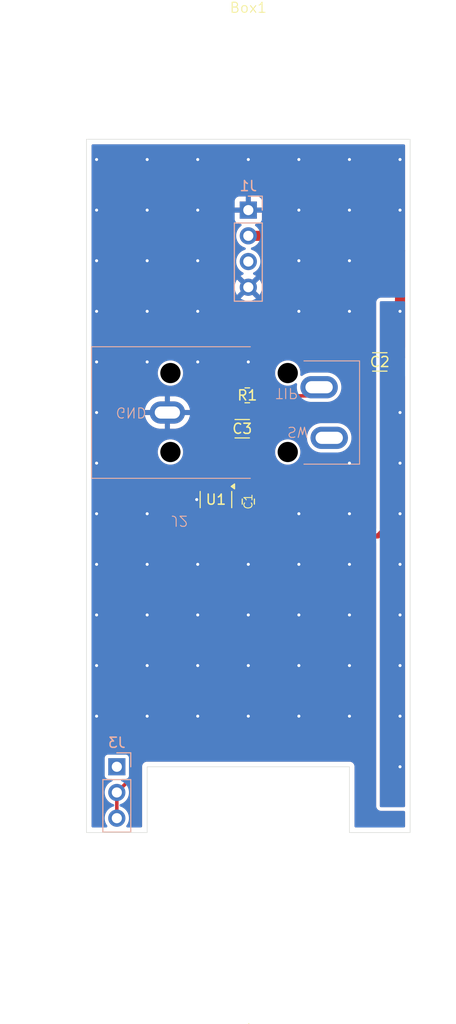
<source format=kicad_pcb>
(kicad_pcb (version 20241229) (generator "pcbnew") (generator_version "9.0")
  (layers (0 "F.Cu" jumper) (2 "B.Cu" signal) (13 "F.Paste" user) (15 "B.Paste" user) (5 "F.SilkS" user "F.Silkscreen") (7 "B.SilkS" user "B.Silkscreen") (1 "F.Mask" user) (3 "B.Mask" user) (25 "Edge.Cuts" user))
  (net 0 "")
  (net 1 "GND")
  (net 2 "Net-(U1--)")
  (net 3 "OUT^{RAW}")
  (net 5 "+V")
  (net 6 "GNDREF")
  (net 7 "IN")
  (footprint "Mylib:1590A" (layer "F.Cu") (at 100 100)
    (property "Reference" "Box1" (at 0 -50 0) (layer "F.SilkS") (effects (font (thickness 0.1))))
    (property "Value" "1590A")
    (fp_line (start 0.05 50.375) (end 0.05 50.375) (stroke (width 0.1)) (layer "F.SilkS"))
  )
  (footprint "Package_TO_SOT_SMD:SOT-23-5" (layer "F.Cu") (at 96.8 98.6 -90)
    (property "Reference" "U1" (at 0 0 0) (layer "F.SilkS"))
    (property "Value" "OPA1655")
    (fp_line (start 0 1.56) (end -0.8 1.56) (stroke (width 0.12)) (layer "F.SilkS"))
    (fp_line (start 0 1.56) (end 0.8 1.56) (stroke (width 0.12)) (layer "F.SilkS"))
    (fp_line (start 0 -1.56) (end -0.8 -1.56) (stroke (width 0.12)) (layer "F.SilkS"))
    (fp_line (start 0 -1.56) (end 0.8 -1.56) (stroke (width 0.12)) (layer "F.SilkS"))
    (fp_poly (pts (xy -1.3 -1.51) (xy -1.54 -1.84) (xy -1.06 -1.84)) (stroke (width 0.12)) (fill yes) (layer "F.SilkS"))
    (pad "1" smd roundrect (at -1.1375 -0.95 270) (size 1.325 0.6) (layers "F.Cu" "F.Mask" "F.Paste") (net 2 "Net-(U1--)"))
    (pad "2" smd roundrect (at -1.1375 0 270) (size 1.325 0.6) (layers "F.Cu" "F.Mask" "F.Paste") (net 1 "GND"))
    (pad "3" smd roundrect (at -1.1375 0.95 270) (size 1.325 0.6) (layers "F.Cu" "F.Mask" "F.Paste") (net 7 "IN"))
    (pad "4" smd roundrect (at 1.1375 0.95 270) (size 1.325 0.6) (layers "F.Cu" "F.Mask" "F.Paste") (net 2 "Net-(U1--)"))
    (pad "5" smd roundrect (at 1.1375 -0.95 270) (size 1.325 0.6) (layers "F.Cu" "F.Mask" "F.Paste") (net 5 "+V"))
  )
  (footprint "Capacitor_SMD:C_1206_3216Metric_Pad1.33x1.80mm_HandSolder" (layer "F.Cu") (at 113 85 180)
    (property "Reference" "C2" (at 0 0 0) (layer "F.SilkS"))
    (property "Value" "22uF")
    (fp_line (start -0.711252 0.91) (end 0.711252 0.91) (stroke (width 0.12)) (layer "F.SilkS"))
    (fp_line (start -0.711252 -0.91) (end 0.711252 -0.91) (stroke (width 0.12)) (layer "F.SilkS"))
    (pad "1" smd roundrect (at -1.5625 0 180) (size 1.325 1.8) (layers "F.Cu" "F.Mask" "F.Paste") (roundrect_rratio 0.188679) (net 5 "+V"))
    (pad "2" smd roundrect (at 1.5625 0 180) (size 1.325 1.8) (layers "F.Cu" "F.Mask" "F.Paste") (roundrect_rratio 0.188679) (net 1 "GND"))
  )
  (footprint "Mylib:C_0704_1810Metric" (layer "F.Cu") (at 100 98.8 90)
    (property "Reference" "C1" (at 0 0 90) (layer "F.SilkS") (effects (font (size 0.8 0.8) (thickness 0.1))))
    (property "Value" "0.1uF")
    (fp_line (start -0.25 -0.6) (end 0.25 -0.6) (stroke (width 0.12)) (layer "F.SilkS"))
    (fp_line (start -0.25 0.6) (end 0.25 0.6) (stroke (width 0.12)) (layer "F.SilkS"))
    (pad "1" smd roundrect (at -0.875 0 90) (size 0.9 1.25) (layers "F.Cu" "F.Mask" "F.Paste") (roundrect_rratio 0.2) (net 5 "+V"))
    (pad "2" smd roundrect (at 0.875 0 90) (size 0.9 1.25) (layers "F.Cu" "F.Mask" "F.Paste") (roundrect_rratio 0.2) (net 1 "GND"))
  )
  (footprint "Capacitor_SMD:C_1206_3216Metric_Pad1.33x1.80mm_HandSolder" (layer "F.Cu") (at 99.4 91.6 180)
    (property "Reference" "C3" (at 0 0 0) (layer "F.SilkS"))
    (property "Value" "0.47uF")
    (fp_line (start -0.711252 0.91) (end 0.711252 0.91) (stroke (width 0.12)) (layer "F.SilkS"))
    (fp_line (start -0.711252 -0.91) (end 0.711252 -0.91) (stroke (width 0.12)) (layer "F.SilkS"))
    (pad "1" smd roundrect (at -1.5625 0 180) (size 1.325 1.8) (layers "F.Cu" "F.Mask" "F.Paste") (roundrect_rratio 0.188679) (net 3 "OUT^{RAW}"))
    (pad "2" smd roundrect (at 1.5625 0 180) (size 1.325 1.8) (layers "F.Cu" "F.Mask" "F.Paste") (roundrect_rratio 0.188679) (net 2 "Net-(U1--)"))
  )
  (footprint "Resistor_SMD:R_0805_2012Metric_Pad1.20x1.40mm_HandSolder" (layer "F.Cu") (at 99.9 88.3 180)
    (property "Reference" "R1" (at 0 0 0) (layer "F.SilkS"))
    (property "Value" "100k")
    (fp_line (start -0.227064 0.735) (end 0.227064 0.735) (stroke (width 0.12)) (layer "F.SilkS"))
    (fp_line (start -0.227064 -0.735) (end 0.227064 -0.735) (stroke (width 0.12)) (layer "F.SilkS"))
    (pad "1" smd roundrect (at -1 0 180) (size 1.2 1.4) (layers "F.Cu" "F.Mask" "F.Paste") (roundrect_rratio 0.208333) (net 3 "OUT^{RAW}"))
    (pad "2" smd roundrect (at 1 0 180) (size 1.2 1.4) (layers "F.Cu" "F.Mask" "F.Paste") (roundrect_rratio 0.208333) (net 1 "GND"))
  )
  (footprint "Connector_PinHeader_2.54mm:PinHeader_1x04_P2.54mm_Vertical" (layer "B.Cu") (at 100 70 180)
    (property "Reference" "J1" (at 0 2.38 0) (layer "B.SilkS") (effects (justify mirror)))
    (property "Value" "Conn_01x04_Pin")
    (fp_line (start 1.38 -1.27) (end 1.38 -9) (stroke (width 0.12)) (layer "B.SilkS"))
    (fp_line (start -1.38 1.38) (end 0 1.38) (stroke (width 0.12)) (layer "B.SilkS"))
    (fp_line (start -1.38 0) (end -1.38 1.38) (stroke (width 0.12)) (layer "B.SilkS"))
    (fp_line (start -1.38 -1.27) (end 1.38 -1.27) (stroke (width 0.12)) (layer "B.SilkS"))
    (fp_line (start -1.38 -1.27) (end -1.38 -9) (stroke (width 0.12)) (layer "B.SilkS"))
    (fp_line (start -1.38 -9) (end 1.38 -9) (stroke (width 0.12)) (layer "B.SilkS"))
    (pad "1" thru_hole rect (at 0 0 180) (size 1.7 1.7) (drill 1) (layers "*.Cu" "*.Mask") (net 1 "GND"))
    (pad "2" thru_hole circle (at 0 -2.54 180) (size 1.7 1.7) (drill 1) (layers "*.Cu" "*.Mask") (net 5 "+V"))
    (pad "3" thru_hole circle (at 0 -5.08 180) (size 1.7 1.7) (drill 1) (layers "*.Cu" "*.Mask") (net 6 "GNDREF"))
    (pad "4" thru_hole circle (at 0 -7.62 180) (size 1.7 1.7) (drill 1) (layers "*.Cu" "*.Mask") (net 1 "GND"))
  )
  (footprint "Mylib:CK-6.35" (layer "B.Cu") (at 92 90)
    (property "Reference" "J2" (at 1.2 10.7 180) (layer "B.SilkS") (effects (font (thickness 0.1)) (justify mirror)))
    (property "Value" "AudioJack2_Ground")
    (fp_line (start -7.5 -6.5) (end 8.2 -6.5) (stroke (width 0.1)) (layer "B.SilkS"))
    (fp_line (start -7.5 6.5) (end -7.5 -6.5) (stroke (width 0.1)) (layer "B.SilkS"))
    (fp_line (start -7.5 6.5) (end 8.2 6.5) (stroke (width 0.1)) (layer "B.SilkS"))
    (fp_line (start 13.5 5.1) (end 19 5.1) (stroke (width 0.1)) (layer "B.SilkS"))
    (fp_line (start 19 -5.1) (end 13.5 -5.1) (stroke (width 0.1)) (layer "B.SilkS"))
    (fp_line (start 19 5.1) (end 19 -5.1) (stroke (width 0.1)) (layer "B.SilkS"))
    (fp_text user "SW" (at 14 2.5 180) (layer "B.SilkS") (effects (font (thickness 0.1)) (justify right top mirror)))
    (fp_text user "TIP" (at 13 -2.5 180) (layer "B.SilkS") (effects (font (thickness 0.1)) (justify right bottom mirror)))
    (fp_text user "GND" (at -2 0 180) (layer "B.SilkS") (effects (font (thickness 0.1)) (justify right mirror)))
    (pad "" np_thru_hole circle (at 0.3 -3.9) (size 2.54 2.54) (drill 2) (layers "*.Mask"))
    (pad "" np_thru_hole circle (at 0.3 3.9) (size 2.54 2.54) (drill 2) (layers "*.Mask"))
    (pad "" np_thru_hole circle (at 11.9 -3.9) (size 2.54 2.54) (drill 2) (layers "*.Mask"))
    (pad "" np_thru_hole circle (at 11.9 3.9) (size 2.54 2.54) (drill 2) (layers "*.Mask"))
    (pad "G" thru_hole oval (at 0 0) (size 3.5 2.2) (drill oval 2.5 1.2) (layers "*.Cu" "*.Mask") (net 1 "GND"))
    (pad "S" thru_hole oval (at 16 2.5) (size 3.7 2.2) (drill oval 2.7 1.2) (layers "*.Cu" "*.Mask"))
    (pad "T" thru_hole oval (at 15 -2.5) (size 3.7 2.2) (drill oval 2.7 1.2) (layers "*.Cu" "*.Mask") (net 3 "OUT^{RAW}"))
  )
  (footprint "Connector_PinHeader_2.54mm:PinHeader_1x03_P2.54mm_Vertical" (layer "B.Cu") (at 87 125 180)
    (property "Reference" "J3" (at 0 2.38 0) (layer "B.SilkS") (effects (justify mirror)))
    (property "Value" "Conn_01x03_Pin")
    (fp_line (start 1.38 -1.27) (end 1.38 -6.46) (stroke (width 0.12)) (layer "B.SilkS"))
    (fp_line (start -1.38 1.38) (end 0 1.38) (stroke (width 0.12)) (layer "B.SilkS"))
    (fp_line (start -1.38 0) (end -1.38 1.38) (stroke (width 0.12)) (layer "B.SilkS"))
    (fp_line (start -1.38 -1.27) (end 1.38 -1.27) (stroke (width 0.12)) (layer "B.SilkS"))
    (fp_line (start -1.38 -1.27) (end -1.38 -6.46) (stroke (width 0.12)) (layer "B.SilkS"))
    (fp_line (start -1.38 -6.46) (end 1.38 -6.46) (stroke (width 0.12)) (layer "B.SilkS"))
    (pad "1" thru_hole rect (at 0 0 180) (size 1.7 1.7) (drill 1) (layers "*.Cu" "*.Mask"))
    (pad "2" thru_hole circle (at 0 -2.54 180) (size 1.7 1.7) (drill 1) (layers "*.Cu" "*.Mask") (net 7 "IN"))
    (pad "3" thru_hole circle (at 0 -5.08 180) (size 1.7 1.7) (drill 1) (layers "*.Cu" "*.Mask") (net 7 "IN"))
  )
  (gr_line (start 116 131.5) (end 116 63) (stroke (width 0.05)) (layer "Edge.Cuts"))
  (gr_line (start 84 131.5) (end 90 131.5) (stroke (width 0.05)) (layer "Edge.Cuts"))
  (gr_line (start 116 63) (end 84 63) (stroke (width 0.05)) (layer "Edge.Cuts"))
  (gr_line (start 90 125) (end 110 125) (stroke (width 0.05)) (layer "Edge.Cuts"))
  (gr_line (start 110 131.5) (end 116 131.5) (stroke (width 0.05)) (layer "Edge.Cuts"))
  (gr_line (start 90 131.5) (end 90 125) (stroke (width 0.05)) (layer "Edge.Cuts"))
  (gr_line (start 84 63) (end 84 131.5) (stroke (width 0.05)) (layer "Edge.Cuts"))
  (gr_line (start 110 125) (end 110 131.5) (stroke (width 0.05)) (layer "Edge.Cuts"))
  (segment (start 96.306388 98.6) (end 96.8 98.106388) (width 0.5) (layer "F.Cu") (net 1))
  (segment (start 94.9 98.6) (end 96.306388 98.6) (width 0.5) (layer "F.Cu") (net 1))
  (segment (start 96.8 98.106388) (end 96.8 97.4625) (width 0.5) (layer "F.Cu") (net 1))
  (via (at 95 85) (size 0.6) (drill 0.3) (layers "F.Cu" "B.Cu") (net 1))
  (via (at 85 105) (size 0.6) (drill 0.3) (layers "F.Cu" "B.Cu") (net 1))
  (via (at 85 80) (size 0.6) (drill 0.3) (layers "F.Cu" "B.Cu") (net 1))
  (via (at 105 105) (size 0.6) (drill 0.3) (layers "F.Cu" "B.Cu") (net 1))
  (via (at 100 120) (size 0.6) (drill 0.3) (layers "F.Cu" "B.Cu") (net 1))
  (via (at 115 70) (size 0.6) (drill 0.3) (layers "F.Cu" "B.Cu") (net 1))
  (via (at 85 95) (size 0.6) (drill 0.3) (layers "F.Cu" "B.Cu") (net 1))
  (via (at 110 105) (size 0.6) (drill 0.3) (layers "F.Cu" "B.Cu") (net 1))
  (via (at 95 115) (size 0.6) (drill 0.3) (layers "F.Cu" "B.Cu") (net 1))
  (via (at 90 70) (size 0.6) (drill 0.3) (layers "F.Cu" "B.Cu") (net 1))
  (via (at 110 65) (size 0.6) (drill 0.3) (layers "F.Cu" "B.Cu") (net 1))
  (via (at 95 110) (size 0.6) (drill 0.3) (layers "F.Cu" "B.Cu") (net 1))
  (via (at 110 95) (size 0.6) (drill 0.3) (layers "F.Cu" "B.Cu") (net 1))
  (via (at 110 100) (size 0.6) (drill 0.3) (layers "F.Cu" "B.Cu") (net 1))
  (via (at 110 75) (size 0.6) (drill 0.3) (layers "F.Cu" "B.Cu") (net 1))
  (via (at 110 80) (size 0.6) (drill 0.3) (layers "F.Cu" "B.Cu") (net 1))
  (via (at 95 120) (size 0.6) (drill 0.3) (layers "F.Cu" "B.Cu") (net 1))
  (via (at 90 75) (size 0.6) (drill 0.3) (layers "F.Cu" "B.Cu") (net 1))
  (via (at 85 120) (size 0.6) (drill 0.3) (layers "F.Cu" "B.Cu") (net 1))
  (via (at 115 65) (size 0.6) (drill 0.3) (layers "F.Cu" "B.Cu") (net 1))
  (via (at 110 120) (size 0.6) (drill 0.3) (layers "F.Cu" "B.Cu") (net 1))
  (via (at 105 75) (size 0.6) (drill 0.3) (layers "F.Cu" "B.Cu") (net 1))
  (via (at 85 100) (size 0.6) (drill 0.3) (layers "F.Cu" "B.Cu") (net 1))
  (via (at 85 85) (size 0.6) (drill 0.3) (layers "F.Cu" "B.Cu") (net 1))
  (via (at 105 115) (size 0.6) (drill 0.3) (layers "F.Cu" "B.Cu") (net 1))
  (via (at 90 105) (size 0.6) (drill 0.3) (layers "F.Cu" "B.Cu") (net 1))
  (via (at 95 70) (size 0.6) (drill 0.3) (layers "F.Cu" "B.Cu") (net 1))
  (via (at 105 110) (size 0.6) (drill 0.3) (layers "F.Cu" "B.Cu") (net 1))
  (via (at 85 110) (size 0.6) (drill 0.3) (layers "F.Cu" "B.Cu") (net 1))
  (via (at 94.9 98.6) (size 0.6) (drill 0.3) (layers "F.Cu" "B.Cu") (net 1))
  (via (at 100 65) (size 0.6) (drill 0.3) (layers "F.Cu" "B.Cu") (net 1))
  (via (at 90 65) (size 0.6) (drill 0.3) (layers "F.Cu" "B.Cu") (net 1))
  (via (at 90 80) (size 0.6) (drill 0.3) (layers "F.Cu" "B.Cu") (net 1))
  (via (at 85 90) (size 0.6) (drill 0.3) (layers "F.Cu" "B.Cu") (net 1))
  (via (at 85 70) (size 0.6) (drill 0.3) (layers "F.Cu" "B.Cu") (net 1))
  (via (at 90 100) (size 0.6) (drill 0.3) (layers "F.Cu" "B.Cu") (net 1))
  (via (at 105 80) (size 0.6) (drill 0.3) (layers "F.Cu" "B.Cu") (net 1))
  (via (at 95 80) (size 0.6) (drill 0.3) (layers "F.Cu" "B.Cu") (net 1))
  (via (at 100 110) (size 0.6) (drill 0.3) (layers "F.Cu" "B.Cu") (net 1))
  (via (at 110 110) (size 0.6) (drill 0.3) (layers "F.Cu" "B.Cu") (net 1))
  (via (at 95 75) (size 0.6) (drill 0.3) (layers "F.Cu" "B.Cu") (net 1))
  (via (at 110 70) (size 0.6) (drill 0.3) (layers "F.Cu" "B.Cu") (net 1))
  (via (at 105 65) (size 0.6) (drill 0.3) (layers "F.Cu" "B.Cu") (net 1))
  (via (at 90 110) (size 0.6) (drill 0.3) (layers "F.Cu" "B.Cu") (net 1))
  (via (at 85 115) (size 0.6) (drill 0.3) (layers "F.Cu" "B.Cu") (net 1))
  (via (at 105 70) (size 0.6) (drill 0.3) (layers "F.Cu" "B.Cu") (net 1))
  (via (at 85 65) (size 0.6) (drill 0.3) (layers "F.Cu" "B.Cu") (net 1))
  (via (at 110 115) (size 0.6) (drill 0.3) (layers "F.Cu" "B.Cu") (net 1))
  (via (at 90 115) (size 0.6) (drill 0.3) (layers "F.Cu" "B.Cu") (net 1))
  (via (at 105 120) (size 0.6) (drill 0.3) (layers "F.Cu" "B.Cu") (net 1))
  (via (at 95 65) (size 0.6) (drill 0.3) (layers "F.Cu" "B.Cu") (net 1))
  (via (at 90 120) (size 0.6) (drill 0.3) (layers "F.Cu" "B.Cu") (net 1))
  (via (at 85 75) (size 0.6) (drill 0.3) (layers "F.Cu" "B.Cu") (net 1))
  (via (at 95 105) (size 0.6) (drill 0.3) (layers "F.Cu" "B.Cu") (net 1))
  (via (at 100 85) (size 0.6) (drill 0.3) (layers "F.Cu" "B.Cu") (net 1))
  (via (at 90 85) (size 0.6) (drill 0.3) (layers "F.Cu" "B.Cu") (net 1))
  (via (at 100 105) (size 0.6) (drill 0.3) (layers "F.Cu" "B.Cu") (net 1))
  (via (at 100 115) (size 0.6) (drill 0.3) (layers "F.Cu" "B.Cu") (net 1))
  (via (at 105 100) (size 0.6) (drill 0.3) (layers "F.Cu" "B.Cu") (net 1))
  (segment (start 96.3625 99.7375) (end 95.85 99.7375) (width 0.35) (layer "F.Cu") (net 2))
  (segment (start 97.8375 97.0625) (end 97.8375 91.6) (width 0.35) (layer "F.Cu") (net 2))
  (segment (start 97.75 98.35) (end 96.3625 99.7375) (width 0.35) (layer "F.Cu") (net 2))
  (segment (start 97.75 97.4625) (end 97.75 98.35) (width 0.35) (layer "F.Cu") (net 2))
  (segment (start 100.95 88.35) (end 106.15 88.35) (width 0.35) (layer "F.Cu") (net 3))
  (segment (start 100.9625 91.6) (end 100.9625 88.3625) (width 0.35) (layer "F.Cu") (net 3))
  (segment (start 112.8 102.2) (end 115 100) (width 0.5) (layer "F.Cu") (net 5))
  (segment (start 100 72.54) (end 113.54 72.54) (width 1) (layer "F.Cu") (net 5))
  (segment (start 115 74) (end 115 80) (width 1) (layer "F.Cu") (net 5))
  (segment (start 97.75 99.7375) (end 99.9375 99.7375) (width 0.5) (layer "F.Cu") (net 5))
  (segment (start 115 80) (end 115 84.5625) (width 1) (layer "F.Cu") (net 5))
  (segment (start 113.54 72.54) (end 115 74) (width 1) (layer "F.Cu") (net 5))
  (segment (start 115 84.5625) (end 114.5625 85) (width 1) (layer "F.Cu") (net 5))
  (segment (start 100 99.675) (end 102.525 102.2) (width 0.5) (layer "F.Cu") (net 5))
  (segment (start 102.525 102.2) (end 112.8 102.2) (width 0.5) (layer "F.Cu") (net 5))
  (via (at 115 100) (size 0.6) (drill 0.3) (layers "F.Cu" "B.Cu") (net 5))
  (via (at 115 125) (size 0.6) (drill 0.3) (layers "F.Cu" "B.Cu") (net 5))
  (via (at 115 120) (size 0.6) (drill 0.3) (layers "F.Cu" "B.Cu") (net 5))
  (via (at 115 95) (size 0.6) (drill 0.3) (layers "F.Cu" "B.Cu") (net 5))
  (via (at 115 105) (size 0.6) (drill 0.3) (layers "F.Cu" "B.Cu") (net 5))
  (via (at 115 90) (size 0.6) (drill 0.3) (layers "F.Cu" "B.Cu") (net 5))
  (via (at 115 80) (size 0.6) (drill 0.3) (layers "F.Cu" "B.Cu") (net 5))
  (via (at 115 110) (size 0.6) (drill 0.3) (layers "F.Cu" "B.Cu") (net 5))
  (via (at 115 115) (size 0.6) (drill 0.3) (layers "F.Cu" "B.Cu") (net 5))
  (segment (start 114.8 104.8) (end 115 105) (width 0.5) (layer "B.Cu") (net 5))
  (segment (start 87 130.08) (end 87 127.54) (width 0.35) (layer "F.Cu") (net 7))
  (segment (start 90.6375 97.4625) (end 95.85 97.4625) (width 0.35) (layer "F.Cu") (net 7))
  (segment (start 87 127.54) (end 88.4 126.14) (width 0.35) (layer "F.Cu") (net 7))
  (segment (start 88.4 126.14) (end 88.4 99.7) (width 0.35) (layer "F.Cu") (net 7))
  (segment (start 88.4 99.7) (end 90.6375 97.4625) (width 0.35) (layer "F.Cu") (net 7))
  (zone (net 1) (net_name "GND") (layers "F.Cu" "B.Cu") (connect_pads (clearance 0.35)) (min_thickness 0.25) (fill yes (thermal_gap 0.5) (thermal_bridge_width 0.5) (smoothing chamfer) (radius 1))
    (polygon (pts (xy 80 54) (xy 120 54) (xy 120 140) (xy 100 140) (xy 100 132) (xy 80 132)))
  )
  (zone (net 5) (net_name "+V") (layers "F.Cu" "B.Cu") (priority 2) (connect_pads (clearance 0.35)) (min_thickness 0.25) (fill yes (thermal_gap 0.5) (thermal_bridge_width 0.5))
    (polygon (pts (xy 113 79) (xy 116 79) (xy 116 129) (xy 113 129)))
  )
)
</source>
